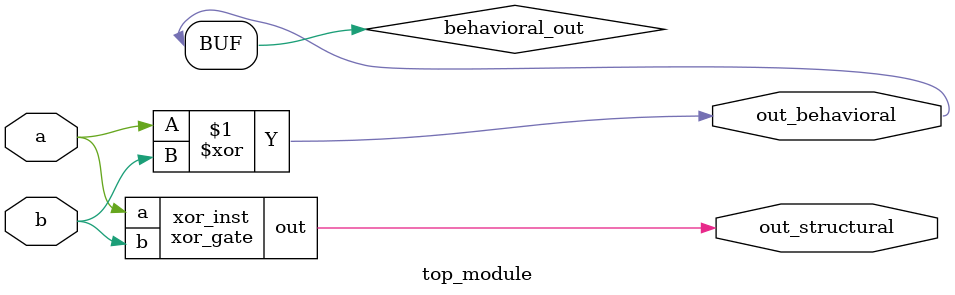
<source format=v>

module xor_gate(
    input a,
    input b,
    output wire out
);

    assign out = a ^ b;

endmodule

module top_module(
    input a, 
    input b,
    output out_behavioral,
    output out_structural
);

    // Behavioral approach
    wire behavioral_out;
    assign behavioral_out = a ^ b;
    assign out_behavioral = behavioral_out;
    
    // Structural approach
    xor_gate xor_inst(
        .a(a),
        .b(b),
        .out(out_structural)
    );

endmodule

</source>
